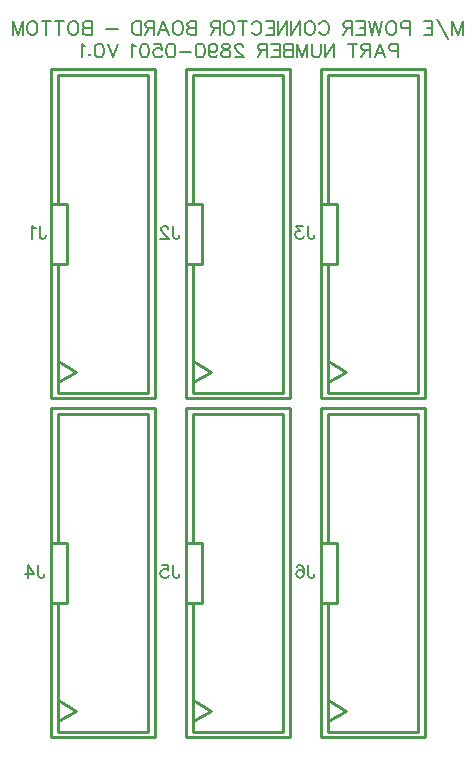
<source format=gbo>
G04 Layer: BottomSilkscreenLayer*
G04 EasyEDA v6.5.29, 2023-07-18 11:38:57*
G04 be89d959f12a418793a534216dc81482,5a6b42c53f6a479593ecc07194224c93,10*
G04 Gerber Generator version 0.2*
G04 Scale: 100 percent, Rotated: No, Reflected: No *
G04 Dimensions in millimeters *
G04 leading zeros omitted , absolute positions ,4 integer and 5 decimal *
%FSLAX45Y45*%
%MOMM*%

%ADD10C,0.2032*%
%ADD11C,0.1524*%
%ADD12C,0.2540*%

%LPD*%
D10*
X3949700Y11843189D02*
G01*
X3949700Y11728645D01*
X3949700Y11843189D02*
G01*
X3906062Y11728645D01*
X3862428Y11843189D02*
G01*
X3906062Y11728645D01*
X3862428Y11843189D02*
G01*
X3862428Y11728645D01*
X3728245Y11865008D02*
G01*
X3826428Y11690464D01*
X3692245Y11843189D02*
G01*
X3692245Y11728645D01*
X3692245Y11843189D02*
G01*
X3621336Y11843189D01*
X3692245Y11788645D02*
G01*
X3648610Y11788645D01*
X3692245Y11728645D02*
G01*
X3621336Y11728645D01*
X3501336Y11843189D02*
G01*
X3501336Y11728645D01*
X3501336Y11843189D02*
G01*
X3452246Y11843189D01*
X3435883Y11837736D01*
X3430427Y11832282D01*
X3424974Y11821373D01*
X3424974Y11805008D01*
X3430427Y11794098D01*
X3435883Y11788645D01*
X3452246Y11783189D01*
X3501336Y11783189D01*
X3356246Y11843189D02*
G01*
X3367156Y11837736D01*
X3378065Y11826826D01*
X3383518Y11815917D01*
X3388974Y11799554D01*
X3388974Y11772282D01*
X3383518Y11755917D01*
X3378065Y11745008D01*
X3367156Y11734098D01*
X3356246Y11728645D01*
X3334428Y11728645D01*
X3323518Y11734098D01*
X3312609Y11745008D01*
X3307156Y11755917D01*
X3301700Y11772282D01*
X3301700Y11799554D01*
X3307156Y11815917D01*
X3312609Y11826826D01*
X3323518Y11837736D01*
X3334428Y11843189D01*
X3356246Y11843189D01*
X3265700Y11843189D02*
G01*
X3238428Y11728645D01*
X3211156Y11843189D02*
G01*
X3238428Y11728645D01*
X3211156Y11843189D02*
G01*
X3183882Y11728645D01*
X3156610Y11843189D02*
G01*
X3183882Y11728645D01*
X3120610Y11843189D02*
G01*
X3120610Y11728645D01*
X3120610Y11843189D02*
G01*
X3049701Y11843189D01*
X3120610Y11788645D02*
G01*
X3076973Y11788645D01*
X3120610Y11728645D02*
G01*
X3049701Y11728645D01*
X3013702Y11843189D02*
G01*
X3013702Y11728645D01*
X3013702Y11843189D02*
G01*
X2964611Y11843189D01*
X2948246Y11837736D01*
X2942793Y11832282D01*
X2937337Y11821373D01*
X2937337Y11810464D01*
X2942793Y11799554D01*
X2948246Y11794098D01*
X2964611Y11788645D01*
X3013702Y11788645D01*
X2975521Y11788645D02*
G01*
X2937337Y11728645D01*
X2735521Y11815917D02*
G01*
X2740974Y11826826D01*
X2751884Y11837736D01*
X2762793Y11843189D01*
X2784612Y11843189D01*
X2795521Y11837736D01*
X2806430Y11826826D01*
X2811884Y11815917D01*
X2817337Y11799554D01*
X2817337Y11772282D01*
X2811884Y11755917D01*
X2806430Y11745008D01*
X2795521Y11734098D01*
X2784612Y11728645D01*
X2762793Y11728645D01*
X2751884Y11734098D01*
X2740974Y11745008D01*
X2735521Y11755917D01*
X2666794Y11843189D02*
G01*
X2677703Y11837736D01*
X2688612Y11826826D01*
X2694066Y11815917D01*
X2699519Y11799554D01*
X2699519Y11772282D01*
X2694066Y11755917D01*
X2688612Y11745008D01*
X2677703Y11734098D01*
X2666794Y11728645D01*
X2644975Y11728645D01*
X2634066Y11734098D01*
X2623157Y11745008D01*
X2617703Y11755917D01*
X2612247Y11772282D01*
X2612247Y11799554D01*
X2617703Y11815917D01*
X2623157Y11826826D01*
X2634066Y11837736D01*
X2644975Y11843189D01*
X2666794Y11843189D01*
X2576248Y11843189D02*
G01*
X2576248Y11728645D01*
X2576248Y11843189D02*
G01*
X2499885Y11728645D01*
X2499885Y11843189D02*
G01*
X2499885Y11728645D01*
X2463883Y11843189D02*
G01*
X2463883Y11728645D01*
X2463883Y11843189D02*
G01*
X2387521Y11728645D01*
X2387521Y11843189D02*
G01*
X2387521Y11728645D01*
X2351521Y11843189D02*
G01*
X2351521Y11728645D01*
X2351521Y11843189D02*
G01*
X2280612Y11843189D01*
X2351521Y11788645D02*
G01*
X2307884Y11788645D01*
X2351521Y11728645D02*
G01*
X2280612Y11728645D01*
X2162794Y11815917D02*
G01*
X2168248Y11826826D01*
X2179157Y11837736D01*
X2190066Y11843189D01*
X2211885Y11843189D01*
X2222794Y11837736D01*
X2233703Y11826826D01*
X2239157Y11815917D01*
X2244613Y11799554D01*
X2244613Y11772282D01*
X2239157Y11755917D01*
X2233703Y11745008D01*
X2222794Y11734098D01*
X2211885Y11728645D01*
X2190066Y11728645D01*
X2179157Y11734098D01*
X2168248Y11745008D01*
X2162794Y11755917D01*
X2088614Y11843189D02*
G01*
X2088614Y11728645D01*
X2126795Y11843189D02*
G01*
X2050430Y11843189D01*
X1981702Y11843189D02*
G01*
X1992612Y11837736D01*
X2003521Y11826826D01*
X2008977Y11815917D01*
X2014430Y11799554D01*
X2014430Y11772282D01*
X2008977Y11755917D01*
X2003521Y11745008D01*
X1992612Y11734098D01*
X1981702Y11728645D01*
X1959886Y11728645D01*
X1948977Y11734098D01*
X1938068Y11745008D01*
X1932612Y11755917D01*
X1927158Y11772282D01*
X1927158Y11799554D01*
X1932612Y11815917D01*
X1938068Y11826826D01*
X1948977Y11837736D01*
X1959886Y11843189D01*
X1981702Y11843189D01*
X1891159Y11843189D02*
G01*
X1891159Y11728645D01*
X1891159Y11843189D02*
G01*
X1842068Y11843189D01*
X1825703Y11837736D01*
X1820250Y11832282D01*
X1814794Y11821373D01*
X1814794Y11810464D01*
X1820250Y11799554D01*
X1825703Y11794098D01*
X1842068Y11788645D01*
X1891159Y11788645D01*
X1852975Y11788645D02*
G01*
X1814794Y11728645D01*
X1694794Y11843189D02*
G01*
X1694794Y11728645D01*
X1694794Y11843189D02*
G01*
X1645704Y11843189D01*
X1629341Y11837736D01*
X1623885Y11832282D01*
X1618432Y11821373D01*
X1618432Y11810464D01*
X1623885Y11799554D01*
X1629341Y11794098D01*
X1645704Y11788645D01*
X1694794Y11788645D02*
G01*
X1645704Y11788645D01*
X1629341Y11783189D01*
X1623885Y11777736D01*
X1618432Y11766826D01*
X1618432Y11750464D01*
X1623885Y11739554D01*
X1629341Y11734098D01*
X1645704Y11728645D01*
X1694794Y11728645D01*
X1549704Y11843189D02*
G01*
X1560614Y11837736D01*
X1571523Y11826826D01*
X1576976Y11815917D01*
X1582432Y11799554D01*
X1582432Y11772282D01*
X1576976Y11755917D01*
X1571523Y11745008D01*
X1560614Y11734098D01*
X1549704Y11728645D01*
X1527886Y11728645D01*
X1516976Y11734098D01*
X1506067Y11745008D01*
X1500614Y11755917D01*
X1495158Y11772282D01*
X1495158Y11799554D01*
X1500614Y11815917D01*
X1506067Y11826826D01*
X1516976Y11837736D01*
X1527886Y11843189D01*
X1549704Y11843189D01*
X1415524Y11843189D02*
G01*
X1459158Y11728645D01*
X1415524Y11843189D02*
G01*
X1371887Y11728645D01*
X1442796Y11766826D02*
G01*
X1388249Y11766826D01*
X1335887Y11843189D02*
G01*
X1335887Y11728645D01*
X1335887Y11843189D02*
G01*
X1286797Y11843189D01*
X1270431Y11837736D01*
X1264978Y11832282D01*
X1259522Y11821373D01*
X1259522Y11810464D01*
X1264978Y11799554D01*
X1270431Y11794098D01*
X1286797Y11788645D01*
X1335887Y11788645D01*
X1297706Y11788645D02*
G01*
X1259522Y11728645D01*
X1223523Y11843189D02*
G01*
X1223523Y11728645D01*
X1223523Y11843189D02*
G01*
X1185341Y11843189D01*
X1168979Y11837736D01*
X1158069Y11826826D01*
X1152613Y11815917D01*
X1147160Y11799554D01*
X1147160Y11772282D01*
X1152613Y11755917D01*
X1158069Y11745008D01*
X1168979Y11734098D01*
X1185341Y11728645D01*
X1223523Y11728645D01*
X1027160Y11777736D02*
G01*
X928979Y11777736D01*
X808979Y11843189D02*
G01*
X808979Y11728645D01*
X808979Y11843189D02*
G01*
X759889Y11843189D01*
X743524Y11837736D01*
X738070Y11832282D01*
X732614Y11821373D01*
X732614Y11810464D01*
X738070Y11799554D01*
X743524Y11794098D01*
X759889Y11788645D01*
X808979Y11788645D02*
G01*
X759889Y11788645D01*
X743524Y11783189D01*
X738070Y11777736D01*
X732614Y11766826D01*
X732614Y11750464D01*
X738070Y11739554D01*
X743524Y11734098D01*
X759889Y11728645D01*
X808979Y11728645D01*
X663887Y11843189D02*
G01*
X674796Y11837736D01*
X685706Y11826826D01*
X691161Y11815917D01*
X696615Y11799554D01*
X696615Y11772282D01*
X691161Y11755917D01*
X685706Y11745008D01*
X674796Y11734098D01*
X663887Y11728645D01*
X642071Y11728645D01*
X631162Y11734098D01*
X620252Y11745008D01*
X614796Y11755917D01*
X609343Y11772282D01*
X609343Y11799554D01*
X614796Y11815917D01*
X620252Y11826826D01*
X631162Y11837736D01*
X642071Y11843189D01*
X663887Y11843189D01*
X535160Y11843189D02*
G01*
X535160Y11728645D01*
X573344Y11843189D02*
G01*
X496978Y11843189D01*
X422798Y11843189D02*
G01*
X422798Y11728645D01*
X460979Y11843189D02*
G01*
X384616Y11843189D01*
X315889Y11843189D02*
G01*
X326798Y11837736D01*
X337708Y11826826D01*
X343161Y11815917D01*
X348617Y11799554D01*
X348617Y11772282D01*
X343161Y11755917D01*
X337708Y11745008D01*
X326798Y11734098D01*
X315889Y11728645D01*
X294071Y11728645D01*
X283161Y11734098D01*
X272252Y11745008D01*
X266799Y11755917D01*
X261343Y11772282D01*
X261343Y11799554D01*
X266799Y11815917D01*
X272252Y11826826D01*
X283161Y11837736D01*
X294071Y11843189D01*
X315889Y11843189D01*
X225343Y11843189D02*
G01*
X225343Y11728645D01*
X225343Y11843189D02*
G01*
X181706Y11728645D01*
X138071Y11843189D02*
G01*
X181706Y11728645D01*
X138071Y11843189D02*
G01*
X138071Y11728645D01*
X3403600Y11652689D02*
G01*
X3403600Y11538145D01*
X3403600Y11652689D02*
G01*
X3354509Y11652689D01*
X3338146Y11647236D01*
X3332690Y11641782D01*
X3327237Y11630873D01*
X3327237Y11614508D01*
X3332690Y11603599D01*
X3338146Y11598145D01*
X3354509Y11592689D01*
X3403600Y11592689D01*
X3247600Y11652689D02*
G01*
X3291235Y11538145D01*
X3247600Y11652689D02*
G01*
X3203963Y11538145D01*
X3274872Y11576326D02*
G01*
X3220328Y11576326D01*
X3167964Y11652689D02*
G01*
X3167964Y11538145D01*
X3167964Y11652689D02*
G01*
X3118873Y11652689D01*
X3102510Y11647236D01*
X3097055Y11641782D01*
X3091600Y11630873D01*
X3091600Y11619964D01*
X3097055Y11609054D01*
X3102510Y11603599D01*
X3118873Y11598145D01*
X3167964Y11598145D01*
X3129782Y11598145D02*
G01*
X3091600Y11538145D01*
X3017418Y11652689D02*
G01*
X3017418Y11538145D01*
X3055600Y11652689D02*
G01*
X2979237Y11652689D01*
X2859237Y11652689D02*
G01*
X2859237Y11538145D01*
X2859237Y11652689D02*
G01*
X2782874Y11538145D01*
X2782874Y11652689D02*
G01*
X2782874Y11538145D01*
X2746872Y11652689D02*
G01*
X2746872Y11570873D01*
X2741419Y11554508D01*
X2730510Y11543599D01*
X2714147Y11538145D01*
X2703238Y11538145D01*
X2686872Y11543599D01*
X2675966Y11554508D01*
X2670510Y11570873D01*
X2670510Y11652689D01*
X2634510Y11652689D02*
G01*
X2634510Y11538145D01*
X2634510Y11652689D02*
G01*
X2590873Y11538145D01*
X2547238Y11652689D02*
G01*
X2590873Y11538145D01*
X2547238Y11652689D02*
G01*
X2547238Y11538145D01*
X2511237Y11652689D02*
G01*
X2511237Y11538145D01*
X2511237Y11652689D02*
G01*
X2462146Y11652689D01*
X2445783Y11647236D01*
X2440330Y11641782D01*
X2434874Y11630873D01*
X2434874Y11619964D01*
X2440330Y11609054D01*
X2445783Y11603599D01*
X2462146Y11598145D01*
X2511237Y11598145D02*
G01*
X2462146Y11598145D01*
X2445783Y11592689D01*
X2440330Y11587236D01*
X2434874Y11576326D01*
X2434874Y11559964D01*
X2440330Y11549054D01*
X2445783Y11543599D01*
X2462146Y11538145D01*
X2511237Y11538145D01*
X2398875Y11652689D02*
G01*
X2398875Y11538145D01*
X2398875Y11652689D02*
G01*
X2327965Y11652689D01*
X2398875Y11598145D02*
G01*
X2355237Y11598145D01*
X2398875Y11538145D02*
G01*
X2327965Y11538145D01*
X2291966Y11652689D02*
G01*
X2291966Y11538145D01*
X2291966Y11652689D02*
G01*
X2242875Y11652689D01*
X2226510Y11647236D01*
X2221057Y11641782D01*
X2215601Y11630873D01*
X2215601Y11619964D01*
X2221057Y11609054D01*
X2226510Y11603599D01*
X2242875Y11598145D01*
X2291966Y11598145D01*
X2253785Y11598145D02*
G01*
X2215601Y11538145D01*
X2090148Y11625417D02*
G01*
X2090148Y11630873D01*
X2084692Y11641782D01*
X2079238Y11647236D01*
X2068329Y11652689D01*
X2046511Y11652689D01*
X2035601Y11647236D01*
X2030148Y11641782D01*
X2024692Y11630873D01*
X2024692Y11619964D01*
X2030148Y11609054D01*
X2041057Y11592689D01*
X2095601Y11538145D01*
X2019239Y11538145D01*
X1955967Y11652689D02*
G01*
X1972330Y11647236D01*
X1977783Y11636326D01*
X1977783Y11625417D01*
X1972330Y11614508D01*
X1961421Y11609054D01*
X1939602Y11603599D01*
X1923239Y11598145D01*
X1912330Y11587236D01*
X1906874Y11576326D01*
X1906874Y11559964D01*
X1912330Y11549054D01*
X1917783Y11543599D01*
X1934149Y11538145D01*
X1955967Y11538145D01*
X1972330Y11543599D01*
X1977783Y11549054D01*
X1983239Y11559964D01*
X1983239Y11576326D01*
X1977783Y11587236D01*
X1966874Y11598145D01*
X1950511Y11603599D01*
X1928693Y11609054D01*
X1917783Y11614508D01*
X1912330Y11625417D01*
X1912330Y11636326D01*
X1917783Y11647236D01*
X1934149Y11652689D01*
X1955967Y11652689D01*
X1799965Y11614508D02*
G01*
X1805421Y11598145D01*
X1816331Y11587236D01*
X1832693Y11581782D01*
X1838149Y11581782D01*
X1854512Y11587236D01*
X1865421Y11598145D01*
X1870875Y11614508D01*
X1870875Y11619964D01*
X1865421Y11636326D01*
X1854512Y11647236D01*
X1838149Y11652689D01*
X1832693Y11652689D01*
X1816331Y11647236D01*
X1805421Y11636326D01*
X1799965Y11614508D01*
X1799965Y11587236D01*
X1805421Y11559964D01*
X1816331Y11543599D01*
X1832693Y11538145D01*
X1843603Y11538145D01*
X1859965Y11543599D01*
X1865421Y11554508D01*
X1731238Y11652689D02*
G01*
X1747603Y11647236D01*
X1758513Y11630873D01*
X1763966Y11603599D01*
X1763966Y11587236D01*
X1758513Y11559964D01*
X1747603Y11543599D01*
X1731238Y11538145D01*
X1720331Y11538145D01*
X1703966Y11543599D01*
X1693057Y11559964D01*
X1687603Y11587236D01*
X1687603Y11603599D01*
X1693057Y11630873D01*
X1703966Y11647236D01*
X1720331Y11652689D01*
X1731238Y11652689D01*
X1651604Y11587236D02*
G01*
X1553420Y11587236D01*
X1484693Y11652689D02*
G01*
X1501058Y11647236D01*
X1511968Y11630873D01*
X1517421Y11603599D01*
X1517421Y11587236D01*
X1511968Y11559964D01*
X1501058Y11543599D01*
X1484693Y11538145D01*
X1473786Y11538145D01*
X1457421Y11543599D01*
X1446512Y11559964D01*
X1441058Y11587236D01*
X1441058Y11603599D01*
X1446512Y11630873D01*
X1457421Y11647236D01*
X1473786Y11652689D01*
X1484693Y11652689D01*
X1339603Y11652689D02*
G01*
X1394150Y11652689D01*
X1399603Y11603599D01*
X1394150Y11609054D01*
X1377784Y11614508D01*
X1361422Y11614508D01*
X1345059Y11609054D01*
X1334150Y11598145D01*
X1328694Y11581782D01*
X1328694Y11570873D01*
X1334150Y11554508D01*
X1345059Y11543599D01*
X1361422Y11538145D01*
X1377784Y11538145D01*
X1394150Y11543599D01*
X1399603Y11549054D01*
X1405059Y11559964D01*
X1259966Y11652689D02*
G01*
X1276332Y11647236D01*
X1287241Y11630873D01*
X1292694Y11603599D01*
X1292694Y11587236D01*
X1287241Y11559964D01*
X1276332Y11543599D01*
X1259966Y11538145D01*
X1249057Y11538145D01*
X1232695Y11543599D01*
X1221785Y11559964D01*
X1216332Y11587236D01*
X1216332Y11603599D01*
X1221785Y11630873D01*
X1232695Y11647236D01*
X1249057Y11652689D01*
X1259966Y11652689D01*
X1180332Y11630873D02*
G01*
X1169423Y11636326D01*
X1153058Y11652689D01*
X1153058Y11538145D01*
X1033058Y11652689D02*
G01*
X989423Y11538145D01*
X945786Y11652689D02*
G01*
X989423Y11538145D01*
X877059Y11652689D02*
G01*
X893422Y11647236D01*
X904331Y11630873D01*
X909787Y11603599D01*
X909787Y11587236D01*
X904331Y11559964D01*
X893422Y11543599D01*
X877059Y11538145D01*
X866150Y11538145D01*
X849787Y11543599D01*
X838878Y11559964D01*
X833422Y11587236D01*
X833422Y11603599D01*
X838878Y11630873D01*
X849787Y11647236D01*
X866150Y11652689D01*
X877059Y11652689D01*
X791969Y11565417D02*
G01*
X797422Y11559964D01*
X791969Y11554508D01*
X786513Y11559964D01*
X791969Y11565417D01*
X750514Y11630873D02*
G01*
X739604Y11636326D01*
X723242Y11652689D01*
X723242Y11538145D01*
D11*
X367037Y10110205D02*
G01*
X367037Y10027147D01*
X372371Y10011399D01*
X377451Y10006319D01*
X387865Y10001239D01*
X398279Y10001239D01*
X408693Y10006319D01*
X414027Y10011399D01*
X419107Y10027147D01*
X419107Y10037561D01*
X332747Y10089377D02*
G01*
X322587Y10094711D01*
X306839Y10110205D01*
X306839Y10001239D01*
X1497444Y10110238D02*
G01*
X1497444Y10027112D01*
X1502641Y10011524D01*
X1507835Y10006329D01*
X1518226Y10001135D01*
X1528617Y10001135D01*
X1539008Y10006329D01*
X1544205Y10011524D01*
X1549400Y10027112D01*
X1549400Y10037503D01*
X1457959Y10084262D02*
G01*
X1457959Y10089456D01*
X1452765Y10099847D01*
X1447568Y10105044D01*
X1437177Y10110238D01*
X1416395Y10110238D01*
X1406004Y10105044D01*
X1400809Y10099847D01*
X1395615Y10089456D01*
X1395615Y10079065D01*
X1400809Y10068674D01*
X1411201Y10053088D01*
X1463154Y10001135D01*
X1390418Y10001135D01*
X2640444Y10110238D02*
G01*
X2640444Y10027112D01*
X2645641Y10011524D01*
X2650835Y10006329D01*
X2661226Y10001135D01*
X2671617Y10001135D01*
X2682008Y10006329D01*
X2687205Y10011524D01*
X2692400Y10027112D01*
X2692400Y10037503D01*
X2595765Y10110238D02*
G01*
X2538615Y10110238D01*
X2569786Y10068674D01*
X2554201Y10068674D01*
X2543809Y10063479D01*
X2538615Y10058285D01*
X2533418Y10042697D01*
X2533418Y10032306D01*
X2538615Y10016721D01*
X2549004Y10006329D01*
X2564592Y10001135D01*
X2580177Y10001135D01*
X2595765Y10006329D01*
X2600959Y10011524D01*
X2606154Y10021915D01*
X354444Y7240038D02*
G01*
X354444Y7156912D01*
X359641Y7141324D01*
X364835Y7136129D01*
X375226Y7130935D01*
X385617Y7130935D01*
X396008Y7136129D01*
X401205Y7141324D01*
X406400Y7156912D01*
X406400Y7167303D01*
X268201Y7240038D02*
G01*
X320154Y7167303D01*
X242224Y7167303D01*
X268201Y7240038D02*
G01*
X268201Y7130935D01*
X1497444Y7240038D02*
G01*
X1497444Y7156912D01*
X1502641Y7141324D01*
X1507835Y7136129D01*
X1518226Y7130935D01*
X1528617Y7130935D01*
X1539008Y7136129D01*
X1544205Y7141324D01*
X1549400Y7156912D01*
X1549400Y7167303D01*
X1400809Y7240038D02*
G01*
X1452765Y7240038D01*
X1457959Y7193279D01*
X1452765Y7198474D01*
X1437177Y7203671D01*
X1421592Y7203671D01*
X1406004Y7198474D01*
X1395615Y7188085D01*
X1390418Y7172497D01*
X1390418Y7162106D01*
X1395615Y7146521D01*
X1406004Y7136129D01*
X1421592Y7130935D01*
X1437177Y7130935D01*
X1452765Y7136129D01*
X1457959Y7141324D01*
X1463154Y7151715D01*
X2640444Y7240038D02*
G01*
X2640444Y7156912D01*
X2645641Y7141324D01*
X2650835Y7136129D01*
X2661226Y7130935D01*
X2671617Y7130935D01*
X2682008Y7136129D01*
X2687205Y7141324D01*
X2692400Y7156912D01*
X2692400Y7167303D01*
X2543809Y7224453D02*
G01*
X2549004Y7234844D01*
X2564592Y7240038D01*
X2574983Y7240038D01*
X2590568Y7234844D01*
X2600959Y7219256D01*
X2606154Y7193279D01*
X2606154Y7167303D01*
X2600959Y7146521D01*
X2590568Y7136129D01*
X2574983Y7130935D01*
X2569786Y7130935D01*
X2554201Y7136129D01*
X2543809Y7146521D01*
X2538615Y7162106D01*
X2538615Y7167303D01*
X2543809Y7182888D01*
X2554201Y7193279D01*
X2569786Y7198474D01*
X2574983Y7198474D01*
X2590568Y7193279D01*
X2600959Y7182888D01*
X2606154Y7167303D01*
D12*
X519572Y8792723D02*
G01*
X673100Y8877300D01*
X519572Y8970523D01*
X1341699Y8649705D02*
G01*
X1341699Y11441696D01*
X1341699Y11441694D02*
G01*
X461700Y11441696D01*
X461700Y11441696D02*
G01*
X461700Y8649705D01*
X461700Y8649705D02*
G01*
X1341699Y8649705D01*
X469900Y9791700D02*
G01*
X596900Y9791700D01*
X596900Y10299700D01*
X469900Y10299700D01*
X520700Y8699500D02*
G01*
X1282700Y8699500D01*
X1282700Y11391900D01*
X520700Y11391900D01*
X520700Y10299700D01*
X520700Y9791700D02*
G01*
X520700Y8699500D01*
X519572Y5922523D02*
G01*
X673100Y6007100D01*
X519572Y6100323D01*
X1341699Y5779505D02*
G01*
X1341699Y8571496D01*
X1341699Y8571494D02*
G01*
X461700Y8571496D01*
X461700Y8571496D02*
G01*
X461700Y5779505D01*
X461700Y5779505D02*
G01*
X1341699Y5779505D01*
X469900Y6921500D02*
G01*
X596900Y6921500D01*
X596900Y7429500D01*
X469900Y7429500D01*
X520700Y5829300D02*
G01*
X1282700Y5829300D01*
X1282700Y8521700D01*
X520700Y8521700D01*
X520700Y7429500D01*
X520700Y6921500D02*
G01*
X520700Y5829300D01*
X1662572Y8792723D02*
G01*
X1816100Y8877300D01*
X1662572Y8970523D01*
X2484699Y8649705D02*
G01*
X2484699Y11441696D01*
X2484699Y11441694D02*
G01*
X1604700Y11441696D01*
X1604700Y11441696D02*
G01*
X1604700Y8649705D01*
X1604700Y8649705D02*
G01*
X2484699Y8649705D01*
X1612900Y9791700D02*
G01*
X1739900Y9791700D01*
X1739900Y10299700D01*
X1612900Y10299700D01*
X1663700Y8699500D02*
G01*
X2425700Y8699500D01*
X2425700Y11391900D01*
X1663700Y11391900D01*
X1663700Y10299700D01*
X1663700Y9791700D02*
G01*
X1663700Y8699500D01*
X2805572Y8792723D02*
G01*
X2959100Y8877300D01*
X2805572Y8970523D01*
X3627699Y8649705D02*
G01*
X3627699Y11441696D01*
X3627699Y11441694D02*
G01*
X2747700Y11441696D01*
X2747700Y11441696D02*
G01*
X2747700Y8649705D01*
X2747700Y8649705D02*
G01*
X3627699Y8649705D01*
X2755900Y9791700D02*
G01*
X2882900Y9791700D01*
X2882900Y10299700D01*
X2755900Y10299700D01*
X2806700Y8699500D02*
G01*
X3568700Y8699500D01*
X3568700Y11391900D01*
X2806700Y11391900D01*
X2806700Y10299700D01*
X2806700Y9791700D02*
G01*
X2806700Y8699500D01*
X1662572Y5922523D02*
G01*
X1816100Y6007100D01*
X1662572Y6100323D01*
X2484699Y5779505D02*
G01*
X2484699Y8571496D01*
X2484699Y8571494D02*
G01*
X1604700Y8571496D01*
X1604700Y8571496D02*
G01*
X1604700Y5779505D01*
X1604700Y5779505D02*
G01*
X2484699Y5779505D01*
X1612900Y6921500D02*
G01*
X1739900Y6921500D01*
X1739900Y7429500D01*
X1612900Y7429500D01*
X1663700Y5829300D02*
G01*
X2425700Y5829300D01*
X2425700Y8521700D01*
X1663700Y8521700D01*
X1663700Y7429500D01*
X1663700Y6921500D02*
G01*
X1663700Y5829300D01*
X2805572Y5922523D02*
G01*
X2959100Y6007100D01*
X2805572Y6100323D01*
X3627699Y5779505D02*
G01*
X3627699Y8571496D01*
X3627699Y8571494D02*
G01*
X2747700Y8571496D01*
X2747700Y8571496D02*
G01*
X2747700Y5779505D01*
X2747700Y5779505D02*
G01*
X3627699Y5779505D01*
X2755900Y6921500D02*
G01*
X2882900Y6921500D01*
X2882900Y7429500D01*
X2755900Y7429500D01*
X2806700Y5829300D02*
G01*
X3568700Y5829300D01*
X3568700Y8521700D01*
X2806700Y8521700D01*
X2806700Y7429500D01*
X2806700Y6921500D02*
G01*
X2806700Y5829300D01*
M02*

</source>
